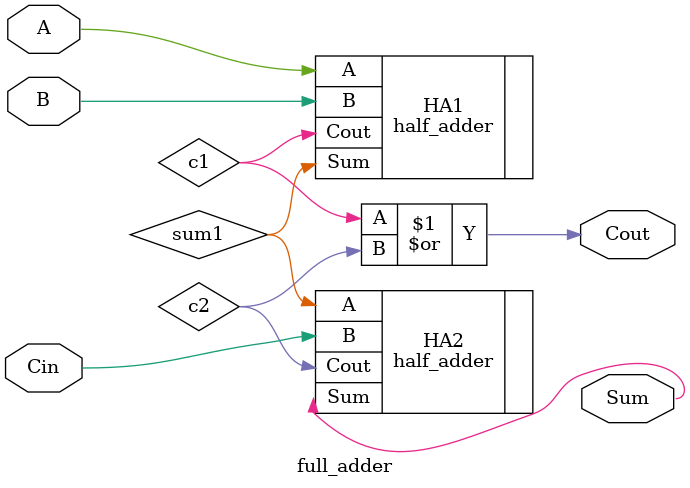
<source format=v>
`include "half_adder.v"

module full_adder(
    input A,
    input B,
    input Cin,
    output Sum,
    output Cout
);

wire sum1, c1, c2;

// First half adder
half_adder HA1 (.A(A), .B(B), .Sum(sum1), .Cout(c1));

// Second half adder
half_adder HA2 (.A(sum1), .B(Cin), .Sum(Sum), .Cout(c2));

// Final carry
or (Cout, c1, c2);

endmodule

</source>
